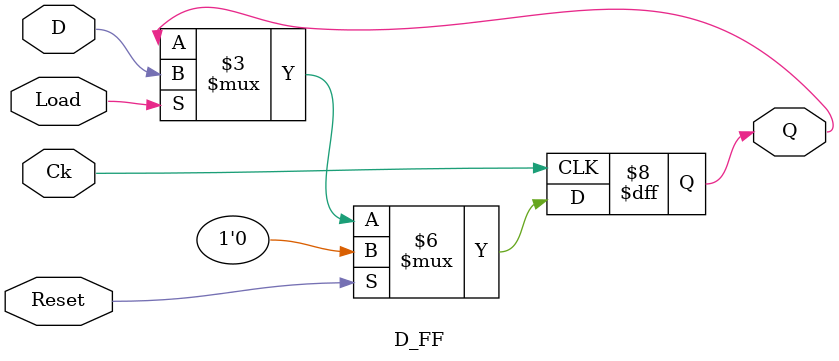
<source format=v>
`timescale 1ns/1ns

module D_FF(Reset, Ck, Load, D, Q);
input Reset, Ck, Load, D;
output Q;
reg Q;

always @ (posedge Ck) begin
	if (Reset) Q <= 1'b0; //synchronous reset
	else if (Load) Q <= D;
	else Q <= Q;
end

endmodule


</source>
